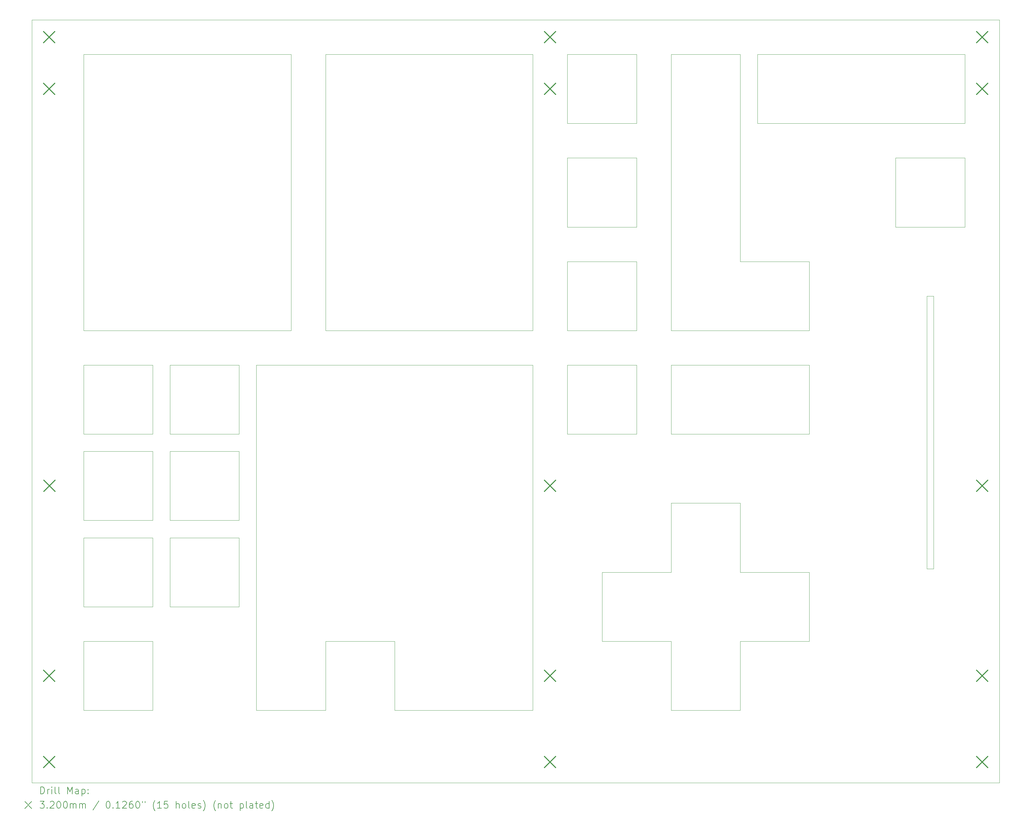
<source format=gbr>
%TF.GenerationSoftware,KiCad,Pcbnew,7.0.5*%
%TF.CreationDate,2023-09-10T17:58:06+02:00*%
%TF.ProjectId,CMD_Board_cover,434d445f-426f-4617-9264-5f636f766572,rev?*%
%TF.SameCoordinates,Original*%
%TF.FileFunction,Drillmap*%
%TF.FilePolarity,Positive*%
%FSLAX45Y45*%
G04 Gerber Fmt 4.5, Leading zero omitted, Abs format (unit mm)*
G04 Created by KiCad (PCBNEW 7.0.5) date 2023-09-10 17:58:06*
%MOMM*%
%LPD*%
G01*
G04 APERTURE LIST*
%ADD10C,0.100000*%
%ADD11C,0.200000*%
%ADD12C,0.320000*%
G04 APERTURE END LIST*
D10*
X23500000Y-3400000D02*
X25500000Y-3400000D01*
X25500000Y-5400000D01*
X23500000Y-5400000D01*
X23500000Y-3400000D01*
X9500000Y-12400000D02*
X11500000Y-12400000D01*
X11500000Y-14400000D01*
X9500000Y-14400000D01*
X9500000Y-12400000D01*
X24500000Y-18400000D02*
X24500000Y-20400000D01*
X28500000Y-9400000D02*
X28500000Y-3400000D01*
X16500000Y-22400000D02*
X14500000Y-22400000D01*
X16500000Y-20400000D02*
X16500000Y-22400000D01*
X30500000Y-20400000D02*
X30500000Y-18400000D01*
X28500000Y-18400000D02*
X28500000Y-16400000D01*
X28500000Y-20400000D02*
X30500000Y-20400000D01*
X33000000Y-6400000D02*
X35000000Y-6400000D01*
X35000000Y-8400000D01*
X33000000Y-8400000D01*
X33000000Y-6400000D01*
X28500000Y-22400000D02*
X28500000Y-20400000D01*
X26500000Y-22400000D02*
X28500000Y-22400000D01*
X18500000Y-22400000D02*
X18500000Y-20400000D01*
X18500000Y-20400000D02*
X16500000Y-20400000D01*
X24500000Y-20400000D02*
X26500000Y-20400000D01*
X23500000Y-6400000D02*
X25500000Y-6400000D01*
X25500000Y-8400000D01*
X23500000Y-8400000D01*
X23500000Y-6400000D01*
X9500000Y-14900000D02*
X11500000Y-14900000D01*
X11500000Y-16900000D01*
X9500000Y-16900000D01*
X9500000Y-14900000D01*
X9500000Y-17400000D02*
X11500000Y-17400000D01*
X11500000Y-19400000D01*
X9500000Y-19400000D01*
X9500000Y-17400000D01*
X23500000Y-12400000D02*
X25500000Y-12400000D01*
X25500000Y-14400000D01*
X23500000Y-14400000D01*
X23500000Y-12400000D01*
X23500000Y-9400000D02*
X25500000Y-9400000D01*
X25500000Y-11400000D01*
X23500000Y-11400000D01*
X23500000Y-9400000D01*
X30500000Y-11400000D02*
X30500000Y-9400000D01*
X14500000Y-12400000D02*
X22500000Y-12400000D01*
X14500000Y-22400000D02*
X14500000Y-12400000D01*
X12000000Y-14900000D02*
X14000000Y-14900000D01*
X14000000Y-16900000D01*
X12000000Y-16900000D01*
X12000000Y-14900000D01*
X8000000Y-2400000D02*
X36000000Y-2400000D01*
X36000000Y-24500000D01*
X8000000Y-24500000D01*
X8000000Y-2400000D01*
X28500000Y-3400000D02*
X26500000Y-3400000D01*
X30500000Y-9400000D02*
X28500000Y-9400000D01*
X22500000Y-22400000D02*
X18500000Y-22400000D01*
X26500000Y-20400000D02*
X26500000Y-22400000D01*
X26500000Y-11400000D02*
X30500000Y-11400000D01*
X12000000Y-12400000D02*
X14000000Y-12400000D01*
X14000000Y-14400000D01*
X12000000Y-14400000D01*
X12000000Y-12400000D01*
X30500000Y-18400000D02*
X28500000Y-18400000D01*
X9500000Y-20400000D02*
X11500000Y-20400000D01*
X11500000Y-22400000D01*
X9500000Y-22400000D01*
X9500000Y-20400000D01*
X26500000Y-12400000D02*
X30500000Y-12400000D01*
X30500000Y-14400000D01*
X26500000Y-14400000D01*
X26500000Y-12400000D01*
X22500000Y-12400000D02*
X22500000Y-22400000D01*
X16500000Y-3400000D02*
X22500000Y-3400000D01*
X22500000Y-11400000D01*
X16500000Y-11400000D01*
X16500000Y-3400000D01*
X26500000Y-3400000D02*
X26500000Y-11400000D01*
X26500000Y-18400000D02*
X24500000Y-18400000D01*
X29000000Y-3400000D02*
X35000000Y-3400000D01*
X35000000Y-5400000D01*
X29000000Y-5400000D01*
X29000000Y-3400000D01*
X12000000Y-17400000D02*
X14000000Y-17400000D01*
X14000000Y-19400000D01*
X12000000Y-19400000D01*
X12000000Y-17400000D01*
X9500000Y-3400000D02*
X15500000Y-3400000D01*
X15500000Y-11400000D01*
X9500000Y-11400000D01*
X9500000Y-3400000D01*
X26500000Y-16400000D02*
X26500000Y-18400000D01*
X28500000Y-16400000D02*
X26500000Y-16400000D01*
X33900000Y-10400000D02*
X34100000Y-10400000D01*
X34100000Y-18300000D01*
X33900000Y-18300000D01*
X33900000Y-10400000D01*
D11*
D12*
X8340000Y-2740000D02*
X8660000Y-3060000D01*
X8660000Y-2740000D02*
X8340000Y-3060000D01*
X8340000Y-4240000D02*
X8660000Y-4560000D01*
X8660000Y-4240000D02*
X8340000Y-4560000D01*
X8340000Y-21240000D02*
X8660000Y-21560000D01*
X8660000Y-21240000D02*
X8340000Y-21560000D01*
X8340000Y-23740000D02*
X8660000Y-24060000D01*
X8660000Y-23740000D02*
X8340000Y-24060000D01*
X8348000Y-15740000D02*
X8668000Y-16060000D01*
X8668000Y-15740000D02*
X8348000Y-16060000D01*
X22840000Y-2740000D02*
X23160000Y-3060000D01*
X23160000Y-2740000D02*
X22840000Y-3060000D01*
X22840000Y-4240000D02*
X23160000Y-4560000D01*
X23160000Y-4240000D02*
X22840000Y-4560000D01*
X22840000Y-15740000D02*
X23160000Y-16060000D01*
X23160000Y-15740000D02*
X22840000Y-16060000D01*
X22840000Y-21240000D02*
X23160000Y-21560000D01*
X23160000Y-21240000D02*
X22840000Y-21560000D01*
X22840000Y-23740000D02*
X23160000Y-24060000D01*
X23160000Y-23740000D02*
X22840000Y-24060000D01*
X35340000Y-2740000D02*
X35660000Y-3060000D01*
X35660000Y-2740000D02*
X35340000Y-3060000D01*
X35340000Y-4240000D02*
X35660000Y-4560000D01*
X35660000Y-4240000D02*
X35340000Y-4560000D01*
X35340000Y-15740000D02*
X35660000Y-16060000D01*
X35660000Y-15740000D02*
X35340000Y-16060000D01*
X35340000Y-21240000D02*
X35660000Y-21560000D01*
X35660000Y-21240000D02*
X35340000Y-21560000D01*
X35340000Y-23740000D02*
X35660000Y-24060000D01*
X35660000Y-23740000D02*
X35340000Y-24060000D01*
D11*
X8255777Y-24816484D02*
X8255777Y-24616484D01*
X8255777Y-24616484D02*
X8303396Y-24616484D01*
X8303396Y-24616484D02*
X8331967Y-24626008D01*
X8331967Y-24626008D02*
X8351015Y-24645055D01*
X8351015Y-24645055D02*
X8360539Y-24664103D01*
X8360539Y-24664103D02*
X8370062Y-24702198D01*
X8370062Y-24702198D02*
X8370062Y-24730769D01*
X8370062Y-24730769D02*
X8360539Y-24768865D01*
X8360539Y-24768865D02*
X8351015Y-24787912D01*
X8351015Y-24787912D02*
X8331967Y-24806960D01*
X8331967Y-24806960D02*
X8303396Y-24816484D01*
X8303396Y-24816484D02*
X8255777Y-24816484D01*
X8455777Y-24816484D02*
X8455777Y-24683150D01*
X8455777Y-24721246D02*
X8465301Y-24702198D01*
X8465301Y-24702198D02*
X8474824Y-24692674D01*
X8474824Y-24692674D02*
X8493872Y-24683150D01*
X8493872Y-24683150D02*
X8512920Y-24683150D01*
X8579586Y-24816484D02*
X8579586Y-24683150D01*
X8579586Y-24616484D02*
X8570063Y-24626008D01*
X8570063Y-24626008D02*
X8579586Y-24635531D01*
X8579586Y-24635531D02*
X8589110Y-24626008D01*
X8589110Y-24626008D02*
X8579586Y-24616484D01*
X8579586Y-24616484D02*
X8579586Y-24635531D01*
X8703396Y-24816484D02*
X8684348Y-24806960D01*
X8684348Y-24806960D02*
X8674824Y-24787912D01*
X8674824Y-24787912D02*
X8674824Y-24616484D01*
X8808158Y-24816484D02*
X8789110Y-24806960D01*
X8789110Y-24806960D02*
X8779586Y-24787912D01*
X8779586Y-24787912D02*
X8779586Y-24616484D01*
X9036729Y-24816484D02*
X9036729Y-24616484D01*
X9036729Y-24616484D02*
X9103396Y-24759341D01*
X9103396Y-24759341D02*
X9170063Y-24616484D01*
X9170063Y-24616484D02*
X9170063Y-24816484D01*
X9351015Y-24816484D02*
X9351015Y-24711722D01*
X9351015Y-24711722D02*
X9341491Y-24692674D01*
X9341491Y-24692674D02*
X9322444Y-24683150D01*
X9322444Y-24683150D02*
X9284348Y-24683150D01*
X9284348Y-24683150D02*
X9265301Y-24692674D01*
X9351015Y-24806960D02*
X9331967Y-24816484D01*
X9331967Y-24816484D02*
X9284348Y-24816484D01*
X9284348Y-24816484D02*
X9265301Y-24806960D01*
X9265301Y-24806960D02*
X9255777Y-24787912D01*
X9255777Y-24787912D02*
X9255777Y-24768865D01*
X9255777Y-24768865D02*
X9265301Y-24749817D01*
X9265301Y-24749817D02*
X9284348Y-24740293D01*
X9284348Y-24740293D02*
X9331967Y-24740293D01*
X9331967Y-24740293D02*
X9351015Y-24730769D01*
X9446253Y-24683150D02*
X9446253Y-24883150D01*
X9446253Y-24692674D02*
X9465301Y-24683150D01*
X9465301Y-24683150D02*
X9503396Y-24683150D01*
X9503396Y-24683150D02*
X9522444Y-24692674D01*
X9522444Y-24692674D02*
X9531967Y-24702198D01*
X9531967Y-24702198D02*
X9541491Y-24721246D01*
X9541491Y-24721246D02*
X9541491Y-24778388D01*
X9541491Y-24778388D02*
X9531967Y-24797436D01*
X9531967Y-24797436D02*
X9522444Y-24806960D01*
X9522444Y-24806960D02*
X9503396Y-24816484D01*
X9503396Y-24816484D02*
X9465301Y-24816484D01*
X9465301Y-24816484D02*
X9446253Y-24806960D01*
X9627205Y-24797436D02*
X9636729Y-24806960D01*
X9636729Y-24806960D02*
X9627205Y-24816484D01*
X9627205Y-24816484D02*
X9617682Y-24806960D01*
X9617682Y-24806960D02*
X9627205Y-24797436D01*
X9627205Y-24797436D02*
X9627205Y-24816484D01*
X9627205Y-24692674D02*
X9636729Y-24702198D01*
X9636729Y-24702198D02*
X9627205Y-24711722D01*
X9627205Y-24711722D02*
X9617682Y-24702198D01*
X9617682Y-24702198D02*
X9627205Y-24692674D01*
X9627205Y-24692674D02*
X9627205Y-24711722D01*
X7795000Y-25045000D02*
X7995000Y-25245000D01*
X7995000Y-25045000D02*
X7795000Y-25245000D01*
X8236729Y-25036484D02*
X8360539Y-25036484D01*
X8360539Y-25036484D02*
X8293872Y-25112674D01*
X8293872Y-25112674D02*
X8322443Y-25112674D01*
X8322443Y-25112674D02*
X8341491Y-25122198D01*
X8341491Y-25122198D02*
X8351015Y-25131722D01*
X8351015Y-25131722D02*
X8360539Y-25150769D01*
X8360539Y-25150769D02*
X8360539Y-25198388D01*
X8360539Y-25198388D02*
X8351015Y-25217436D01*
X8351015Y-25217436D02*
X8341491Y-25226960D01*
X8341491Y-25226960D02*
X8322443Y-25236484D01*
X8322443Y-25236484D02*
X8265301Y-25236484D01*
X8265301Y-25236484D02*
X8246253Y-25226960D01*
X8246253Y-25226960D02*
X8236729Y-25217436D01*
X8446253Y-25217436D02*
X8455777Y-25226960D01*
X8455777Y-25226960D02*
X8446253Y-25236484D01*
X8446253Y-25236484D02*
X8436729Y-25226960D01*
X8436729Y-25226960D02*
X8446253Y-25217436D01*
X8446253Y-25217436D02*
X8446253Y-25236484D01*
X8531967Y-25055531D02*
X8541491Y-25046008D01*
X8541491Y-25046008D02*
X8560539Y-25036484D01*
X8560539Y-25036484D02*
X8608158Y-25036484D01*
X8608158Y-25036484D02*
X8627205Y-25046008D01*
X8627205Y-25046008D02*
X8636729Y-25055531D01*
X8636729Y-25055531D02*
X8646253Y-25074579D01*
X8646253Y-25074579D02*
X8646253Y-25093627D01*
X8646253Y-25093627D02*
X8636729Y-25122198D01*
X8636729Y-25122198D02*
X8522444Y-25236484D01*
X8522444Y-25236484D02*
X8646253Y-25236484D01*
X8770063Y-25036484D02*
X8789110Y-25036484D01*
X8789110Y-25036484D02*
X8808158Y-25046008D01*
X8808158Y-25046008D02*
X8817682Y-25055531D01*
X8817682Y-25055531D02*
X8827205Y-25074579D01*
X8827205Y-25074579D02*
X8836729Y-25112674D01*
X8836729Y-25112674D02*
X8836729Y-25160293D01*
X8836729Y-25160293D02*
X8827205Y-25198388D01*
X8827205Y-25198388D02*
X8817682Y-25217436D01*
X8817682Y-25217436D02*
X8808158Y-25226960D01*
X8808158Y-25226960D02*
X8789110Y-25236484D01*
X8789110Y-25236484D02*
X8770063Y-25236484D01*
X8770063Y-25236484D02*
X8751015Y-25226960D01*
X8751015Y-25226960D02*
X8741491Y-25217436D01*
X8741491Y-25217436D02*
X8731967Y-25198388D01*
X8731967Y-25198388D02*
X8722444Y-25160293D01*
X8722444Y-25160293D02*
X8722444Y-25112674D01*
X8722444Y-25112674D02*
X8731967Y-25074579D01*
X8731967Y-25074579D02*
X8741491Y-25055531D01*
X8741491Y-25055531D02*
X8751015Y-25046008D01*
X8751015Y-25046008D02*
X8770063Y-25036484D01*
X8960539Y-25036484D02*
X8979586Y-25036484D01*
X8979586Y-25036484D02*
X8998634Y-25046008D01*
X8998634Y-25046008D02*
X9008158Y-25055531D01*
X9008158Y-25055531D02*
X9017682Y-25074579D01*
X9017682Y-25074579D02*
X9027205Y-25112674D01*
X9027205Y-25112674D02*
X9027205Y-25160293D01*
X9027205Y-25160293D02*
X9017682Y-25198388D01*
X9017682Y-25198388D02*
X9008158Y-25217436D01*
X9008158Y-25217436D02*
X8998634Y-25226960D01*
X8998634Y-25226960D02*
X8979586Y-25236484D01*
X8979586Y-25236484D02*
X8960539Y-25236484D01*
X8960539Y-25236484D02*
X8941491Y-25226960D01*
X8941491Y-25226960D02*
X8931967Y-25217436D01*
X8931967Y-25217436D02*
X8922444Y-25198388D01*
X8922444Y-25198388D02*
X8912920Y-25160293D01*
X8912920Y-25160293D02*
X8912920Y-25112674D01*
X8912920Y-25112674D02*
X8922444Y-25074579D01*
X8922444Y-25074579D02*
X8931967Y-25055531D01*
X8931967Y-25055531D02*
X8941491Y-25046008D01*
X8941491Y-25046008D02*
X8960539Y-25036484D01*
X9112920Y-25236484D02*
X9112920Y-25103150D01*
X9112920Y-25122198D02*
X9122444Y-25112674D01*
X9122444Y-25112674D02*
X9141491Y-25103150D01*
X9141491Y-25103150D02*
X9170063Y-25103150D01*
X9170063Y-25103150D02*
X9189110Y-25112674D01*
X9189110Y-25112674D02*
X9198634Y-25131722D01*
X9198634Y-25131722D02*
X9198634Y-25236484D01*
X9198634Y-25131722D02*
X9208158Y-25112674D01*
X9208158Y-25112674D02*
X9227205Y-25103150D01*
X9227205Y-25103150D02*
X9255777Y-25103150D01*
X9255777Y-25103150D02*
X9274825Y-25112674D01*
X9274825Y-25112674D02*
X9284348Y-25131722D01*
X9284348Y-25131722D02*
X9284348Y-25236484D01*
X9379586Y-25236484D02*
X9379586Y-25103150D01*
X9379586Y-25122198D02*
X9389110Y-25112674D01*
X9389110Y-25112674D02*
X9408158Y-25103150D01*
X9408158Y-25103150D02*
X9436729Y-25103150D01*
X9436729Y-25103150D02*
X9455777Y-25112674D01*
X9455777Y-25112674D02*
X9465301Y-25131722D01*
X9465301Y-25131722D02*
X9465301Y-25236484D01*
X9465301Y-25131722D02*
X9474825Y-25112674D01*
X9474825Y-25112674D02*
X9493872Y-25103150D01*
X9493872Y-25103150D02*
X9522444Y-25103150D01*
X9522444Y-25103150D02*
X9541491Y-25112674D01*
X9541491Y-25112674D02*
X9551015Y-25131722D01*
X9551015Y-25131722D02*
X9551015Y-25236484D01*
X9941491Y-25026960D02*
X9770063Y-25284103D01*
X10198634Y-25036484D02*
X10217682Y-25036484D01*
X10217682Y-25036484D02*
X10236729Y-25046008D01*
X10236729Y-25046008D02*
X10246253Y-25055531D01*
X10246253Y-25055531D02*
X10255777Y-25074579D01*
X10255777Y-25074579D02*
X10265301Y-25112674D01*
X10265301Y-25112674D02*
X10265301Y-25160293D01*
X10265301Y-25160293D02*
X10255777Y-25198388D01*
X10255777Y-25198388D02*
X10246253Y-25217436D01*
X10246253Y-25217436D02*
X10236729Y-25226960D01*
X10236729Y-25226960D02*
X10217682Y-25236484D01*
X10217682Y-25236484D02*
X10198634Y-25236484D01*
X10198634Y-25236484D02*
X10179587Y-25226960D01*
X10179587Y-25226960D02*
X10170063Y-25217436D01*
X10170063Y-25217436D02*
X10160539Y-25198388D01*
X10160539Y-25198388D02*
X10151015Y-25160293D01*
X10151015Y-25160293D02*
X10151015Y-25112674D01*
X10151015Y-25112674D02*
X10160539Y-25074579D01*
X10160539Y-25074579D02*
X10170063Y-25055531D01*
X10170063Y-25055531D02*
X10179587Y-25046008D01*
X10179587Y-25046008D02*
X10198634Y-25036484D01*
X10351015Y-25217436D02*
X10360539Y-25226960D01*
X10360539Y-25226960D02*
X10351015Y-25236484D01*
X10351015Y-25236484D02*
X10341491Y-25226960D01*
X10341491Y-25226960D02*
X10351015Y-25217436D01*
X10351015Y-25217436D02*
X10351015Y-25236484D01*
X10551015Y-25236484D02*
X10436729Y-25236484D01*
X10493872Y-25236484D02*
X10493872Y-25036484D01*
X10493872Y-25036484D02*
X10474825Y-25065055D01*
X10474825Y-25065055D02*
X10455777Y-25084103D01*
X10455777Y-25084103D02*
X10436729Y-25093627D01*
X10627206Y-25055531D02*
X10636729Y-25046008D01*
X10636729Y-25046008D02*
X10655777Y-25036484D01*
X10655777Y-25036484D02*
X10703396Y-25036484D01*
X10703396Y-25036484D02*
X10722444Y-25046008D01*
X10722444Y-25046008D02*
X10731968Y-25055531D01*
X10731968Y-25055531D02*
X10741491Y-25074579D01*
X10741491Y-25074579D02*
X10741491Y-25093627D01*
X10741491Y-25093627D02*
X10731968Y-25122198D01*
X10731968Y-25122198D02*
X10617682Y-25236484D01*
X10617682Y-25236484D02*
X10741491Y-25236484D01*
X10912920Y-25036484D02*
X10874825Y-25036484D01*
X10874825Y-25036484D02*
X10855777Y-25046008D01*
X10855777Y-25046008D02*
X10846253Y-25055531D01*
X10846253Y-25055531D02*
X10827206Y-25084103D01*
X10827206Y-25084103D02*
X10817682Y-25122198D01*
X10817682Y-25122198D02*
X10817682Y-25198388D01*
X10817682Y-25198388D02*
X10827206Y-25217436D01*
X10827206Y-25217436D02*
X10836729Y-25226960D01*
X10836729Y-25226960D02*
X10855777Y-25236484D01*
X10855777Y-25236484D02*
X10893872Y-25236484D01*
X10893872Y-25236484D02*
X10912920Y-25226960D01*
X10912920Y-25226960D02*
X10922444Y-25217436D01*
X10922444Y-25217436D02*
X10931968Y-25198388D01*
X10931968Y-25198388D02*
X10931968Y-25150769D01*
X10931968Y-25150769D02*
X10922444Y-25131722D01*
X10922444Y-25131722D02*
X10912920Y-25122198D01*
X10912920Y-25122198D02*
X10893872Y-25112674D01*
X10893872Y-25112674D02*
X10855777Y-25112674D01*
X10855777Y-25112674D02*
X10836729Y-25122198D01*
X10836729Y-25122198D02*
X10827206Y-25131722D01*
X10827206Y-25131722D02*
X10817682Y-25150769D01*
X11055777Y-25036484D02*
X11074825Y-25036484D01*
X11074825Y-25036484D02*
X11093872Y-25046008D01*
X11093872Y-25046008D02*
X11103396Y-25055531D01*
X11103396Y-25055531D02*
X11112920Y-25074579D01*
X11112920Y-25074579D02*
X11122444Y-25112674D01*
X11122444Y-25112674D02*
X11122444Y-25160293D01*
X11122444Y-25160293D02*
X11112920Y-25198388D01*
X11112920Y-25198388D02*
X11103396Y-25217436D01*
X11103396Y-25217436D02*
X11093872Y-25226960D01*
X11093872Y-25226960D02*
X11074825Y-25236484D01*
X11074825Y-25236484D02*
X11055777Y-25236484D01*
X11055777Y-25236484D02*
X11036729Y-25226960D01*
X11036729Y-25226960D02*
X11027206Y-25217436D01*
X11027206Y-25217436D02*
X11017682Y-25198388D01*
X11017682Y-25198388D02*
X11008158Y-25160293D01*
X11008158Y-25160293D02*
X11008158Y-25112674D01*
X11008158Y-25112674D02*
X11017682Y-25074579D01*
X11017682Y-25074579D02*
X11027206Y-25055531D01*
X11027206Y-25055531D02*
X11036729Y-25046008D01*
X11036729Y-25046008D02*
X11055777Y-25036484D01*
X11198634Y-25036484D02*
X11198634Y-25074579D01*
X11274825Y-25036484D02*
X11274825Y-25074579D01*
X11570063Y-25312674D02*
X11560539Y-25303150D01*
X11560539Y-25303150D02*
X11541491Y-25274579D01*
X11541491Y-25274579D02*
X11531968Y-25255531D01*
X11531968Y-25255531D02*
X11522444Y-25226960D01*
X11522444Y-25226960D02*
X11512920Y-25179341D01*
X11512920Y-25179341D02*
X11512920Y-25141246D01*
X11512920Y-25141246D02*
X11522444Y-25093627D01*
X11522444Y-25093627D02*
X11531968Y-25065055D01*
X11531968Y-25065055D02*
X11541491Y-25046008D01*
X11541491Y-25046008D02*
X11560539Y-25017436D01*
X11560539Y-25017436D02*
X11570063Y-25007912D01*
X11751015Y-25236484D02*
X11636729Y-25236484D01*
X11693872Y-25236484D02*
X11693872Y-25036484D01*
X11693872Y-25036484D02*
X11674825Y-25065055D01*
X11674825Y-25065055D02*
X11655777Y-25084103D01*
X11655777Y-25084103D02*
X11636729Y-25093627D01*
X11931968Y-25036484D02*
X11836729Y-25036484D01*
X11836729Y-25036484D02*
X11827206Y-25131722D01*
X11827206Y-25131722D02*
X11836729Y-25122198D01*
X11836729Y-25122198D02*
X11855777Y-25112674D01*
X11855777Y-25112674D02*
X11903396Y-25112674D01*
X11903396Y-25112674D02*
X11922444Y-25122198D01*
X11922444Y-25122198D02*
X11931968Y-25131722D01*
X11931968Y-25131722D02*
X11941491Y-25150769D01*
X11941491Y-25150769D02*
X11941491Y-25198388D01*
X11941491Y-25198388D02*
X11931968Y-25217436D01*
X11931968Y-25217436D02*
X11922444Y-25226960D01*
X11922444Y-25226960D02*
X11903396Y-25236484D01*
X11903396Y-25236484D02*
X11855777Y-25236484D01*
X11855777Y-25236484D02*
X11836729Y-25226960D01*
X11836729Y-25226960D02*
X11827206Y-25217436D01*
X12179587Y-25236484D02*
X12179587Y-25036484D01*
X12265301Y-25236484D02*
X12265301Y-25131722D01*
X12265301Y-25131722D02*
X12255777Y-25112674D01*
X12255777Y-25112674D02*
X12236730Y-25103150D01*
X12236730Y-25103150D02*
X12208158Y-25103150D01*
X12208158Y-25103150D02*
X12189110Y-25112674D01*
X12189110Y-25112674D02*
X12179587Y-25122198D01*
X12389110Y-25236484D02*
X12370063Y-25226960D01*
X12370063Y-25226960D02*
X12360539Y-25217436D01*
X12360539Y-25217436D02*
X12351015Y-25198388D01*
X12351015Y-25198388D02*
X12351015Y-25141246D01*
X12351015Y-25141246D02*
X12360539Y-25122198D01*
X12360539Y-25122198D02*
X12370063Y-25112674D01*
X12370063Y-25112674D02*
X12389110Y-25103150D01*
X12389110Y-25103150D02*
X12417682Y-25103150D01*
X12417682Y-25103150D02*
X12436730Y-25112674D01*
X12436730Y-25112674D02*
X12446253Y-25122198D01*
X12446253Y-25122198D02*
X12455777Y-25141246D01*
X12455777Y-25141246D02*
X12455777Y-25198388D01*
X12455777Y-25198388D02*
X12446253Y-25217436D01*
X12446253Y-25217436D02*
X12436730Y-25226960D01*
X12436730Y-25226960D02*
X12417682Y-25236484D01*
X12417682Y-25236484D02*
X12389110Y-25236484D01*
X12570063Y-25236484D02*
X12551015Y-25226960D01*
X12551015Y-25226960D02*
X12541491Y-25207912D01*
X12541491Y-25207912D02*
X12541491Y-25036484D01*
X12722444Y-25226960D02*
X12703396Y-25236484D01*
X12703396Y-25236484D02*
X12665301Y-25236484D01*
X12665301Y-25236484D02*
X12646253Y-25226960D01*
X12646253Y-25226960D02*
X12636730Y-25207912D01*
X12636730Y-25207912D02*
X12636730Y-25131722D01*
X12636730Y-25131722D02*
X12646253Y-25112674D01*
X12646253Y-25112674D02*
X12665301Y-25103150D01*
X12665301Y-25103150D02*
X12703396Y-25103150D01*
X12703396Y-25103150D02*
X12722444Y-25112674D01*
X12722444Y-25112674D02*
X12731968Y-25131722D01*
X12731968Y-25131722D02*
X12731968Y-25150769D01*
X12731968Y-25150769D02*
X12636730Y-25169817D01*
X12808158Y-25226960D02*
X12827206Y-25236484D01*
X12827206Y-25236484D02*
X12865301Y-25236484D01*
X12865301Y-25236484D02*
X12884349Y-25226960D01*
X12884349Y-25226960D02*
X12893872Y-25207912D01*
X12893872Y-25207912D02*
X12893872Y-25198388D01*
X12893872Y-25198388D02*
X12884349Y-25179341D01*
X12884349Y-25179341D02*
X12865301Y-25169817D01*
X12865301Y-25169817D02*
X12836730Y-25169817D01*
X12836730Y-25169817D02*
X12817682Y-25160293D01*
X12817682Y-25160293D02*
X12808158Y-25141246D01*
X12808158Y-25141246D02*
X12808158Y-25131722D01*
X12808158Y-25131722D02*
X12817682Y-25112674D01*
X12817682Y-25112674D02*
X12836730Y-25103150D01*
X12836730Y-25103150D02*
X12865301Y-25103150D01*
X12865301Y-25103150D02*
X12884349Y-25112674D01*
X12960539Y-25312674D02*
X12970063Y-25303150D01*
X12970063Y-25303150D02*
X12989111Y-25274579D01*
X12989111Y-25274579D02*
X12998634Y-25255531D01*
X12998634Y-25255531D02*
X13008158Y-25226960D01*
X13008158Y-25226960D02*
X13017682Y-25179341D01*
X13017682Y-25179341D02*
X13017682Y-25141246D01*
X13017682Y-25141246D02*
X13008158Y-25093627D01*
X13008158Y-25093627D02*
X12998634Y-25065055D01*
X12998634Y-25065055D02*
X12989111Y-25046008D01*
X12989111Y-25046008D02*
X12970063Y-25017436D01*
X12970063Y-25017436D02*
X12960539Y-25007912D01*
X13322444Y-25312674D02*
X13312920Y-25303150D01*
X13312920Y-25303150D02*
X13293872Y-25274579D01*
X13293872Y-25274579D02*
X13284349Y-25255531D01*
X13284349Y-25255531D02*
X13274825Y-25226960D01*
X13274825Y-25226960D02*
X13265301Y-25179341D01*
X13265301Y-25179341D02*
X13265301Y-25141246D01*
X13265301Y-25141246D02*
X13274825Y-25093627D01*
X13274825Y-25093627D02*
X13284349Y-25065055D01*
X13284349Y-25065055D02*
X13293872Y-25046008D01*
X13293872Y-25046008D02*
X13312920Y-25017436D01*
X13312920Y-25017436D02*
X13322444Y-25007912D01*
X13398634Y-25103150D02*
X13398634Y-25236484D01*
X13398634Y-25122198D02*
X13408158Y-25112674D01*
X13408158Y-25112674D02*
X13427206Y-25103150D01*
X13427206Y-25103150D02*
X13455777Y-25103150D01*
X13455777Y-25103150D02*
X13474825Y-25112674D01*
X13474825Y-25112674D02*
X13484349Y-25131722D01*
X13484349Y-25131722D02*
X13484349Y-25236484D01*
X13608158Y-25236484D02*
X13589111Y-25226960D01*
X13589111Y-25226960D02*
X13579587Y-25217436D01*
X13579587Y-25217436D02*
X13570063Y-25198388D01*
X13570063Y-25198388D02*
X13570063Y-25141246D01*
X13570063Y-25141246D02*
X13579587Y-25122198D01*
X13579587Y-25122198D02*
X13589111Y-25112674D01*
X13589111Y-25112674D02*
X13608158Y-25103150D01*
X13608158Y-25103150D02*
X13636730Y-25103150D01*
X13636730Y-25103150D02*
X13655777Y-25112674D01*
X13655777Y-25112674D02*
X13665301Y-25122198D01*
X13665301Y-25122198D02*
X13674825Y-25141246D01*
X13674825Y-25141246D02*
X13674825Y-25198388D01*
X13674825Y-25198388D02*
X13665301Y-25217436D01*
X13665301Y-25217436D02*
X13655777Y-25226960D01*
X13655777Y-25226960D02*
X13636730Y-25236484D01*
X13636730Y-25236484D02*
X13608158Y-25236484D01*
X13731968Y-25103150D02*
X13808158Y-25103150D01*
X13760539Y-25036484D02*
X13760539Y-25207912D01*
X13760539Y-25207912D02*
X13770063Y-25226960D01*
X13770063Y-25226960D02*
X13789111Y-25236484D01*
X13789111Y-25236484D02*
X13808158Y-25236484D01*
X14027206Y-25103150D02*
X14027206Y-25303150D01*
X14027206Y-25112674D02*
X14046253Y-25103150D01*
X14046253Y-25103150D02*
X14084349Y-25103150D01*
X14084349Y-25103150D02*
X14103396Y-25112674D01*
X14103396Y-25112674D02*
X14112920Y-25122198D01*
X14112920Y-25122198D02*
X14122444Y-25141246D01*
X14122444Y-25141246D02*
X14122444Y-25198388D01*
X14122444Y-25198388D02*
X14112920Y-25217436D01*
X14112920Y-25217436D02*
X14103396Y-25226960D01*
X14103396Y-25226960D02*
X14084349Y-25236484D01*
X14084349Y-25236484D02*
X14046253Y-25236484D01*
X14046253Y-25236484D02*
X14027206Y-25226960D01*
X14236730Y-25236484D02*
X14217682Y-25226960D01*
X14217682Y-25226960D02*
X14208158Y-25207912D01*
X14208158Y-25207912D02*
X14208158Y-25036484D01*
X14398634Y-25236484D02*
X14398634Y-25131722D01*
X14398634Y-25131722D02*
X14389111Y-25112674D01*
X14389111Y-25112674D02*
X14370063Y-25103150D01*
X14370063Y-25103150D02*
X14331968Y-25103150D01*
X14331968Y-25103150D02*
X14312920Y-25112674D01*
X14398634Y-25226960D02*
X14379587Y-25236484D01*
X14379587Y-25236484D02*
X14331968Y-25236484D01*
X14331968Y-25236484D02*
X14312920Y-25226960D01*
X14312920Y-25226960D02*
X14303396Y-25207912D01*
X14303396Y-25207912D02*
X14303396Y-25188865D01*
X14303396Y-25188865D02*
X14312920Y-25169817D01*
X14312920Y-25169817D02*
X14331968Y-25160293D01*
X14331968Y-25160293D02*
X14379587Y-25160293D01*
X14379587Y-25160293D02*
X14398634Y-25150769D01*
X14465301Y-25103150D02*
X14541492Y-25103150D01*
X14493873Y-25036484D02*
X14493873Y-25207912D01*
X14493873Y-25207912D02*
X14503396Y-25226960D01*
X14503396Y-25226960D02*
X14522444Y-25236484D01*
X14522444Y-25236484D02*
X14541492Y-25236484D01*
X14684349Y-25226960D02*
X14665301Y-25236484D01*
X14665301Y-25236484D02*
X14627206Y-25236484D01*
X14627206Y-25236484D02*
X14608158Y-25226960D01*
X14608158Y-25226960D02*
X14598634Y-25207912D01*
X14598634Y-25207912D02*
X14598634Y-25131722D01*
X14598634Y-25131722D02*
X14608158Y-25112674D01*
X14608158Y-25112674D02*
X14627206Y-25103150D01*
X14627206Y-25103150D02*
X14665301Y-25103150D01*
X14665301Y-25103150D02*
X14684349Y-25112674D01*
X14684349Y-25112674D02*
X14693873Y-25131722D01*
X14693873Y-25131722D02*
X14693873Y-25150769D01*
X14693873Y-25150769D02*
X14598634Y-25169817D01*
X14865301Y-25236484D02*
X14865301Y-25036484D01*
X14865301Y-25226960D02*
X14846254Y-25236484D01*
X14846254Y-25236484D02*
X14808158Y-25236484D01*
X14808158Y-25236484D02*
X14789111Y-25226960D01*
X14789111Y-25226960D02*
X14779587Y-25217436D01*
X14779587Y-25217436D02*
X14770063Y-25198388D01*
X14770063Y-25198388D02*
X14770063Y-25141246D01*
X14770063Y-25141246D02*
X14779587Y-25122198D01*
X14779587Y-25122198D02*
X14789111Y-25112674D01*
X14789111Y-25112674D02*
X14808158Y-25103150D01*
X14808158Y-25103150D02*
X14846254Y-25103150D01*
X14846254Y-25103150D02*
X14865301Y-25112674D01*
X14941492Y-25312674D02*
X14951015Y-25303150D01*
X14951015Y-25303150D02*
X14970063Y-25274579D01*
X14970063Y-25274579D02*
X14979587Y-25255531D01*
X14979587Y-25255531D02*
X14989111Y-25226960D01*
X14989111Y-25226960D02*
X14998634Y-25179341D01*
X14998634Y-25179341D02*
X14998634Y-25141246D01*
X14998634Y-25141246D02*
X14989111Y-25093627D01*
X14989111Y-25093627D02*
X14979587Y-25065055D01*
X14979587Y-25065055D02*
X14970063Y-25046008D01*
X14970063Y-25046008D02*
X14951015Y-25017436D01*
X14951015Y-25017436D02*
X14941492Y-25007912D01*
M02*

</source>
